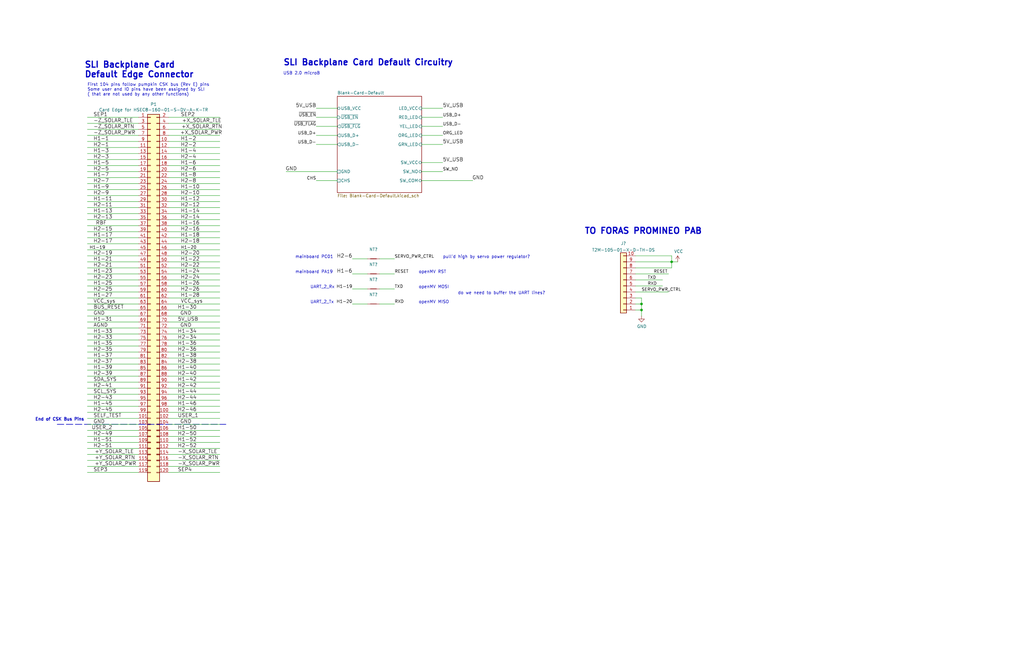
<source format=kicad_sch>
(kicad_sch (version 20211123) (generator eeschema)
  (paper "B")
  (title_block (title "Blank Card for SLI Backplane") (date "2021-11-05") (rev "A") (company "Sierra Lobo INC"))
  (lib_symbols
    (symbol "Connector_Generic:Conn_01x10" (pin_names (offset 1.016) hide)
      (property "Reference" "J" (at 0 12.7 0))
      (property "Value" "Conn_01x10" (at 0 -15.24 0))
      (symbol "Conn_01x10_1_1"
        (rectangle (start -1.27 -12.573) (end 0 -12.827) (stroke (width 0.1524)))
        (rectangle (start -1.27 -10.033) (end 0 -10.287) (stroke (width 0.1524)))
        (rectangle (start -1.27 -7.493) (end 0 -7.747) (stroke (width 0.1524)))
        (rectangle (start -1.27 -4.953) (end 0 -5.207) (stroke (width 0.1524)))
        (rectangle (start -1.27 -2.413) (end 0 -2.667) (stroke (width 0.1524)))
        (rectangle (start -1.27 0.127) (end 0 -0.127) (stroke (width 0.1524)))
        (rectangle (start -1.27 2.667) (end 0 2.413) (stroke (width 0.1524)))
        (rectangle (start -1.27 5.207) (end 0 4.953) (stroke (width 0.1524)))
        (rectangle (start -1.27 7.747) (end 0 7.493) (stroke (width 0.1524)))
        (rectangle (start -1.27 10.287) (end 0 10.033) (stroke (width 0.1524)))
        (rectangle (start -1.27 11.43) (end 1.27 -13.97) (stroke (width 0.254)) (fill (type background)))
        (pin passive line (at -5.08 10.16 0) (length 3.81) (name "Pin_1") (number "1"))
        (pin passive line (at -5.08 -12.7 0) (length 3.81) (name "Pin_10") (number "10"))
        (pin passive line (at -5.08 7.62 0) (length 3.81) (name "Pin_2") (number "2"))
        (pin passive line (at -5.08 5.08 0) (length 3.81) (name "Pin_3") (number "3"))
        (pin passive line (at -5.08 2.54 0) (length 3.81) (name "Pin_4") (number "4"))
        (pin passive line (at -5.08 0 0) (length 3.81) (name "Pin_5") (number "5"))
        (pin passive line (at -5.08 -2.54 0) (length 3.81) (name "Pin_6") (number "6"))
        (pin passive line (at -5.08 -5.08 0) (length 3.81) (name "Pin_7") (number "7"))
        (pin passive line (at -5.08 -7.62 0) (length 3.81) (name "Pin_8") (number "8"))
        (pin passive line (at -5.08 -10.16 0) (length 3.81) (name "Pin_9") (number "9"))
      )
    )
    (symbol "Device:NetTie_2" (pin_numbers hide) (pin_names (offset 0) hide)
      (property "Reference" "NT" (at 0 1.27 0))
      (property "Value" "NetTie_2" (at 0 -1.27 0))
      (symbol "NetTie_2_0_1"
        (polyline (pts (xy -1.27 0) (xy 1.27 0)) (stroke (width 0.254)))
      )
      (symbol "NetTie_2_1_1"
        (pin passive line (at -2.54 0 0) (length 2.54) (name "1") (number "1"))
        (pin passive line (at 2.54 0 180) (length 2.54) (name "2") (number "2"))
      )
    )
    (symbol "SLI-Backplane-Blank-Card-KiCad:Conn_02x60_Top_Bottom" (pin_names (offset 1.016) hide)
      (property "Reference" "J" (at 0 1.27 0))
      (property "Value" "Conn_02x60_Top_Bottom" (at 0 -157.48 0))
      (symbol "Conn_02x60_Top_Bottom_1_1"
        (rectangle (start -2.54 -151.003) (end -1.27 -151.257) (stroke (width 0.1524)))
        (rectangle (start -2.54 -148.463) (end -1.27 -148.717) (stroke (width 0.1524)))
        (rectangle (start -2.54 -145.923) (end -1.27 -146.177) (stroke (width 0.1524)))
        (rectangle (start -2.54 -145.923) (end -1.27 -146.177) (stroke (width 0.1524)))
        (rectangle (start -2.54 -143.383) (end -1.27 -143.637) (stroke (width 0.1524)))
        (rectangle (start -2.54 -143.383) (end -1.27 -143.637) (stroke (width 0.1524)))
        (rectangle (start -2.54 -140.843) (end -1.27 -141.097) (stroke (width 0.1524)))
        (rectangle (start -2.54 -140.843) (end -1.27 -141.097) (stroke (width 0.1524)))
        (rectangle (start -2.54 -138.303) (end -1.27 -138.557) (stroke (width 0.1524)))
        (rectangle (start -2.54 -138.303) (end -1.27 -138.557) (stroke (width 0.1524)))
        (rectangle (start -2.54 -135.763) (end -1.27 -136.017) (stroke (width 0.1524)))
        (rectangle (start -2.54 -135.763) (end -1.27 -136.017) (stroke (width 0.1524)))
        (rectangle (start -2.54 -133.223) (end -1.27 -133.477) (stroke (width 0.1524)))
        (rectangle (start -2.54 -133.223) (end -1.27 -133.477) (stroke (width 0.1524)))
        (rectangle (start -2.54 -130.683) (end -1.27 -130.937) (stroke (width 0.1524)))
        (rectangle (start -2.54 -130.683) (end -1.27 -130.937) (stroke (width 0.1524)))
        (rectangle (start -2.54 -128.143) (end -1.27 -128.397) (stroke (width 0.1524)))
        (rectangle (start -2.54 -125.603) (end -1.27 -125.857) (stroke (width 0.1524)))
        (rectangle (start -2.54 -123.063) (end -1.27 -123.317) (stroke (width 0.1524)))
        (rectangle (start -2.54 -120.523) (end -1.27 -120.777) (stroke (width 0.1524)))
        (rectangle (start -2.54 -117.983) (end -1.27 -118.237) (stroke (width 0.1524)))
        (rectangle (start -2.54 -115.443) (end -1.27 -115.697) (stroke (width 0.1524)))
        (rectangle (start -2.54 -112.903) (end -1.27 -113.157) (stroke (width 0.1524)))
        (rectangle (start -2.54 -110.363) (end -1.27 -110.617) (stroke (width 0.1524)))
        (rectangle (start -2.54 -107.823) (end -1.27 -108.077) (stroke (width 0.1524)))
        (rectangle (start -2.54 -105.283) (end -1.27 -105.537) (stroke (width 0.1524)))
        (rectangle (start -2.54 -102.743) (end -1.27 -102.997) (stroke (width 0.1524)))
        (rectangle (start -2.54 -100.203) (end -1.27 -100.457) (stroke (width 0.1524)))
        (rectangle (start -2.54 -97.663) (end -1.27 -97.917) (stroke (width 0.1524)))
        (rectangle (start -2.54 -95.123) (end -1.27 -95.377) (stroke (width 0.1524)))
        (rectangle (start -2.54 -92.583) (end -1.27 -92.837) (stroke (width 0.1524)))
        (rectangle (start -2.54 -90.043) (end -1.27 -90.297) (stroke (width 0.1524)))
        (rectangle (start -2.54 -87.503) (end -1.27 -87.757) (stroke (width 0.1524)))
        (rectangle (start -2.54 -84.963) (end -1.27 -85.217) (stroke (width 0.1524)))
        (rectangle (start -2.54 -82.423) (end -1.27 -82.677) (stroke (width 0.1524)))
        (rectangle (start -2.54 -79.883) (end -1.27 -80.137) (stroke (width 0.1524)))
        (rectangle (start -2.54 -77.343) (end -1.27 -77.597) (stroke (width 0.1524)))
        (rectangle (start -2.54 -74.803) (end -1.27 -75.057) (stroke (width 0.1524)))
        (rectangle (start -2.54 -72.263) (end -1.27 -72.517) (stroke (width 0.1524)))
        (rectangle (start -2.54 -69.723) (end -1.27 -69.977) (stroke (width 0.1524)))
        (rectangle (start -2.54 -67.183) (end -1.27 -67.437) (stroke (width 0.1524)))
        (rectangle (start -2.54 -64.643) (end -1.27 -64.897) (stroke (width 0.1524)))
        (rectangle (start -2.54 -62.103) (end -1.27 -62.357) (stroke (width 0.1524)))
        (rectangle (start -2.54 -59.563) (end -1.27 -59.817) (stroke (width 0.1524)))
        (rectangle (start -2.54 -57.023) (end -1.27 -57.277) (stroke (width 0.1524)))
        (rectangle (start -2.54 -54.483) (end -1.27 -54.737) (stroke (width 0.1524)))
        (rectangle (start -2.54 -51.943) (end -1.27 -52.197) (stroke (width 0.1524)))
        (rectangle (start -2.54 -49.403) (end -1.27 -49.657) (stroke (width 0.1524)))
        (rectangle (start -2.54 -46.863) (end -1.27 -47.117) (stroke (width 0.1524)))
        (rectangle (start -2.54 -44.323) (end -1.27 -44.577) (stroke (width 0.1524)))
        (rectangle (start -2.54 -41.783) (end -1.27 -42.037) (stroke (width 0.1524)))
        (rectangle (start -2.54 -39.243) (end -1.27 -39.497) (stroke (width 0.1524)))
        (rectangle (start -2.54 -36.703) (end -1.27 -36.957) (stroke (width 0.1524)))
        (rectangle (start -2.54 -34.163) (end -1.27 -34.417) (stroke (width 0.1524)))
        (rectangle (start -2.54 -31.623) (end -1.27 -31.877) (stroke (width 0.1524)))
        (rectangle (start -2.54 -29.083) (end -1.27 -29.337) (stroke (width 0.1524)))
        (rectangle (start -2.54 -26.543) (end -1.27 -26.797) (stroke (width 0.1524)))
        (rectangle (start -2.54 -24.003) (end -1.27 -24.257) (stroke (width 0.1524)))
        (rectangle (start -2.54 -21.463) (end -1.27 -21.717) (stroke (width 0.1524)))
        (rectangle (start -2.54 -18.923) (end -1.27 -19.177) (stroke (width 0.1524)))
        (rectangle (start -2.54 -16.383) (end -1.27 -16.637) (stroke (width 0.1524)))
        (rectangle (start -2.54 -13.843) (end -1.27 -14.097) (stroke (width 0.1524)))
        (rectangle (start -2.54 -11.303) (end -1.27 -11.557) (stroke (width 0.1524)))
        (rectangle (start -2.54 -8.763) (end -1.27 -9.017) (stroke (width 0.1524)))
        (rectangle (start -2.54 -6.223) (end -1.27 -6.477) (stroke (width 0.1524)))
        (rectangle (start -2.54 -3.683) (end -1.27 -3.937) (stroke (width 0.1524)))
        (rectangle (start -2.54 -1.143) (end -1.27 -1.397) (stroke (width 0.1524)))
        (rectangle (start -2.54 0) (end 2.54 -154.94) (stroke (width 0.254)) (fill (type background)))
        (rectangle (start 2.54 -151.003) (end 1.27 -151.257) (stroke (width 0.1524)))
        (rectangle (start 2.54 -148.463) (end 1.27 -148.717) (stroke (width 0.1524)))
        (rectangle (start 2.54 -145.923) (end 1.27 -146.177) (stroke (width 0.1524)))
        (rectangle (start 2.54 -145.923) (end 1.27 -146.177) (stroke (width 0.1524)))
        (rectangle (start 2.54 -143.383) (end 1.27 -143.637) (stroke (width 0.1524)))
        (rectangle (start 2.54 -143.383) (end 1.27 -143.637) (stroke (width 0.1524)))
        (rectangle (start 2.54 -140.843) (end 1.27 -141.097) (stroke (width 0.1524)))
        (rectangle (start 2.54 -140.843) (end 1.27 -141.097) (stroke (width 0.1524)))
        (rectangle (start 2.54 -138.303) (end 1.27 -138.557) (stroke (width 0.1524)))
        (rectangle (start 2.54 -138.303) (end 1.27 -138.557) (stroke (width 0.1524)))
        (rectangle (start 2.54 -135.763) (end 1.27 -136.017) (stroke (width 0.1524)))
        (rectangle (start 2.54 -135.763) (end 1.27 -136.017) (stroke (width 0.1524)))
        (rectangle (start 2.54 -133.223) (end 1.27 -133.477) (stroke (width 0.1524)))
        (rectangle (start 2.54 -133.223) (end 1.27 -133.477) (stroke (width 0.1524)))
        (rectangle (start 2.54 -130.683) (end 1.27 -130.937) (stroke (width 0.1524)))
        (rectangle (start 2.54 -130.683) (end 1.27 -130.937) (stroke (width 0.1524)))
        (rectangle (start 2.54 -128.143) (end 1.27 -128.397) (stroke (width 0.1524)))
        (rectangle (start 2.54 -125.603) (end 1.27 -125.857) (stroke (width 0.1524)))
        (rectangle (start 2.54 -123.063) (end 1.27 -123.317) (stroke (width 0.1524)))
        (rectangle (start 2.54 -120.523) (end 1.27 -120.777) (stroke (width 0.1524)))
        (rectangle (start 2.54 -117.983) (end 1.27 -118.237) (stroke (width 0.1524)))
        (rectangle (start 2.54 -115.443) (end 1.27 -115.697) (stroke (width 0.1524)))
        (rectangle (start 2.54 -112.903) (end 1.27 -113.157) (stroke (width 0.1524)))
        (rectangle (start 2.54 -110.363) (end 1.27 -110.617) (stroke (width 0.1524)))
        (rectangle (start 2.54 -107.823) (end 1.27 -108.077) (stroke (width 0.1524)))
        (rectangle (start 2.54 -105.283) (end 1.27 -105.537) (stroke (width 0.1524)))
        (rectangle (start 2.54 -102.743) (end 1.27 -102.997) (stroke (width 0.1524)))
        (rectangle (start 2.54 -100.203) (end 1.27 -100.457) (stroke (width 0.1524)))
        (rectangle (start 2.54 -97.663) (end 1.27 -97.917) (stroke (width 0.1524)))
        (rectangle (start 2.54 -95.123) (end 1.27 -95.377) (stroke (width 0.1524)))
        (rectangle (start 2.54 -92.583) (end 1.27 -92.837) (stroke (width 0.1524)))
        (rectangle (start 2.54 -90.043) (end 1.27 -90.297) (stroke (width 0.1524)))
        (rectangle (start 2.54 -87.503) (end 1.27 -87.757) (stroke (width 0.1524)))
        (rectangle (start 2.54 -84.963) (end 1.27 -85.217) (stroke (width 0.1524)))
        (rectangle (start 2.54 -82.423) (end 1.27 -82.677) (stroke (width 0.1524)))
        (rectangle (start 2.54 -79.883) (end 1.27 -80.137) (stroke (width 0.1524)))
        (rectangle (start 2.54 -77.343) (end 1.27 -77.597) (stroke (width 0.1524)))
        (rectangle (start 2.54 -74.803) (end 1.27 -75.057) (stroke (width 0.1524)))
        (rectangle (start 2.54 -72.263) (end 1.27 -72.517) (stroke (width 0.1524)))
        (rectangle (start 2.54 -69.723) (end 1.27 -69.977) (stroke (width 0.1524)))
        (rectangle (start 2.54 -67.183) (end 1.27 -67.437) (stroke (width 0.1524)))
        (rectangle (start 2.54 -64.643) (end 1.27 -64.897) (stroke (width 0.1524)))
        (rectangle (start 2.54 -62.103) (end 1.27 -62.357) (stroke (width 0.1524)))
        (rectangle (start 2.54 -59.563) (end 1.27 -59.817) (stroke (width 0.1524)))
        (rectangle (start 2.54 -57.023) (end 1.27 -57.277) (stroke (width 0.1524)))
        (rectangle (start 2.54 -54.483) (end 1.27 -54.737) (stroke (width 0.1524)))
        (rectangle (start 2.54 -51.943) (end 1.27 -52.197) (stroke (width 0.1524)))
        (rectangle (start 2.54 -49.403) (end 1.27 -49.657) (stroke (width 0.1524)))
        (rectangle (start 2.54 -46.863) (end 1.27 -47.117) (stroke (width 0.1524)))
        (rectangle (start 2.54 -44.323) (end 1.27 -44.577) (stroke (width 0.1524)))
        (rectangle (start 2.54 -41.783) (end 1.27 -42.037) (stroke (width 0.1524)))
        (rectangle (start 2.54 -39.243) (end 1.27 -39.497) (stroke (width 0.1524)))
        (rectangle (start 2.54 -36.703) (end 1.27 -36.957) (stroke (width 0.1524)))
        (rectangle (start 2.54 -34.163) (end 1.27 -34.417) (stroke (width 0.1524)))
        (rectangle (start 2.54 -31.623) (end 1.27 -31.877) (stroke (width 0.1524)))
        (rectangle (start 2.54 -29.083) (end 1.27 -29.337) (stroke (width 0.1524)))
        (rectangle (start 2.54 -26.543) (end 1.27 -26.797) (stroke (width 0.1524)))
        (rectangle (start 2.54 -24.003) (end 1.27 -24.257) (stroke (width 0.1524)))
        (rectangle (start 2.54 -21.463) (end 1.27 -21.717) (stroke (width 0.1524)))
        (rectangle (start 2.54 -18.923) (end 1.27 -19.177) (stroke (width 0.1524)))
        (rectangle (start 2.54 -16.383) (end 1.27 -16.637) (stroke (width 0.1524)))
        (rectangle (start 2.54 -13.843) (end 1.27 -14.097) (stroke (width 0.1524)))
        (rectangle (start 2.54 -11.303) (end 1.27 -11.557) (stroke (width 0.1524)))
        (rectangle (start 2.54 -8.763) (end 1.27 -9.017) (stroke (width 0.1524)))
        (rectangle (start 2.54 -6.223) (end 1.27 -6.477) (stroke (width 0.1524)))
        (rectangle (start 2.54 -3.683) (end 1.27 -3.937) (stroke (width 0.1524)))
        (rectangle (start 2.54 -1.143) (end 1.27 -1.397) (stroke (width 0.1524)))
        (pin passive line (at -6.35 -1.27 0) (length 3.81) (name "Pin_1") (number "1"))
        (pin passive line (at 6.35 -11.43 180) (length 3.81) (name "Pin_10") (number "10"))
        (pin passive line (at 6.35 -125.73 180) (length 3.81) (name "Pin_100") (number "100"))
        (pin passive line (at -6.35 -128.27 0) (length 3.81) (name "Pin_101") (number "101"))
        (pin passive line (at 6.35 -128.27 180) (length 3.81) (name "Pin_102") (number "102"))
        (pin passive line (at -6.35 -130.81 0) (length 3.81) (name "Pin_103") (number "103"))
        (pin passive line (at 6.35 -130.81 180) (length 3.81) (name "Pin_104") (number "104"))
        (pin passive line (at -6.35 -133.35 0) (length 3.81) (name "Pin_105") (number "105"))
        (pin passive line (at 6.35 -133.35 180) (length 3.81) (name "Pin_106") (number "106"))
        (pin passive line (at -6.35 -135.89 0) (length 3.81) (name "Pin_107") (number "107"))
        (pin passive line (at 6.35 -135.89 180) (length 3.81) (name "Pin_108") (number "108"))
        (pin passive line (at -6.35 -138.43 0) (length 3.81) (name "Pin_109") (number "109"))
        (pin passive line (at -6.35 -13.97 0) (length 3.81) (name "Pin_11") (number "11"))
        (pin passive line (at 6.35 -138.43 180) (length 3.81) (name "Pin_110") (number "110"))
        (pin passive line (at -6.35 -140.97 0) (length 3.81) (name "Pin_111") (number "111"))
        (pin passive line (at 6.35 -140.97 180) (length 3.81) (name "Pin_112") (number "112"))
        (pin passive line (at -6.35 -143.51 0) (length 3.81) (name "Pin_113") (number "113"))
        (pin passive line (at 6.35 -143.51 180) (length 3.81) (name "Pin_114") (number "114"))
        (pin passive line (at -6.35 -146.05 0) (length 3.81) (name "Pin_115") (number "115"))
        (pin passive line (at 6.35 -146.05 180) (length 3.81) (name "Pin_116") (number "116"))
        (pin passive line (at -6.35 -148.59 0) (length 3.81) (name "Pin_117") (number "117"))
        (pin passive line (at 6.35 -148.59 180) (length 3.81) (name "Pin_118") (number "118"))
        (pin passive line (at -6.35 -151.13 0) (length 3.81) (name "Pin_119") (number "119"))
        (pin passive line (at 6.35 -13.97 180) (length 3.81) (name "Pin_12") (number "12"))
        (pin passive line (at 6.35 -151.13 180) (length 3.81) (name "Pin_120") (number "120"))
        (pin passive line (at -6.35 -16.51 0) (length 3.81) (name "Pin_13") (number "13"))
        (pin passive line (at 6.35 -16.51 180) (length 3.81) (name "Pin_14") (number "14"))
        (pin passive line (at -6.35 -19.05 0) (length 3.81) (name "Pin_15") (number "15"))
        (pin passive line (at 6.35 -19.05 180) (length 3.81) (name "Pin_16") (number "16"))
        (pin passive line (at -6.35 -21.59 0) (length 3.81) (name "Pin_17") (number "17"))
        (pin passive line (at 6.35 -21.59 180) (length 3.81) (name "Pin_18") (number "18"))
        (pin passive line (at -6.35 -24.13 0) (length 3.81) (name "Pin_19") (number "19"))
        (pin passive line (at 6.35 -1.27 180) (length 3.81) (name "Pin_2") (number "2"))
        (pin passive line (at 6.35 -24.13 180) (length 3.81) (name "Pin_20") (number "20"))
        (pin passive line (at -6.35 -26.67 0) (length 3.81) (name "Pin_21") (number "21"))
        (pin passive line (at 6.35 -26.67 180) (length 3.81) (name "Pin_22") (number "22"))
        (pin passive line (at -6.35 -29.21 0) (length 3.81) (name "Pin_23") (number "23"))
        (pin passive line (at 6.35 -29.21 180) (length 3.81) (name "Pin_24") (number "24"))
        (pin passive line (at -6.35 -31.75 0) (length 3.81) (name "Pin_25") (number "25"))
        (pin passive line (at 6.35 -31.75 180) (length 3.81) (name "Pin_26") (number "26"))
        (pin passive line (at -6.35 -34.29 0) (length 3.81) (name "Pin_27") (number "27"))
        (pin passive line (at 6.35 -34.29 180) (length 3.81) (name "Pin_28") (number "28"))
        (pin passive line (at -6.35 -36.83 0) (length 3.81) (name "Pin_29") (number "29"))
        (pin passive line (at -6.35 -3.81 0) (length 3.81) (name "Pin_3") (number "3"))
        (pin passive line (at 6.35 -36.83 180) (length 3.81) (name "Pin_30") (number "30"))
        (pin passive line (at -6.35 -39.37 0) (length 3.81) (name "Pin_31") (number "31"))
        (pin passive line (at 6.35 -39.37 180) (length 3.81) (name "Pin_32") (number "32"))
        (pin passive line (at -6.35 -41.91 0) (length 3.81) (name "Pin_33") (number "33"))
        (pin passive line (at 6.35 -41.91 180) (length 3.81) (name "Pin_34") (number "34"))
        (pin passive line (at -6.35 -44.45 0) (length 3.81) (name "Pin_35") (number "35"))
        (pin passive line (at 6.35 -44.45 180) (length 3.81) (name "Pin_36") (number "36"))
        (pin passive line (at -6.35 -46.99 0) (length 3.81) (name "Pin_37") (number "37"))
        (pin passive line (at 6.35 -46.99 180) (length 3.81) (name "Pin_38") (number "38"))
        (pin passive line (at -6.35 -49.53 0) (length 3.81) (name "Pin_39") (number "39"))
        (pin passive line (at 6.35 -3.81 180) (length 3.81) (name "Pin_4") (number "4"))
        (pin passive line (at 6.35 -49.53 180) (length 3.81) (name "Pin_40") (number "40"))
        (pin passive line (at -6.35 -52.07 0) (length 3.81) (name "Pin_41") (number "41"))
        (pin passive line (at 6.35 -52.07 180) (length 3.81) (name "Pin_42") (number "42"))
        (pin passive line (at -6.35 -54.61 0) (length 3.81) (name "Pin_43") (number "43"))
        (pin passive line (at 6.35 -54.61 180) (length 3.81) (name "Pin_44") (number "44"))
        (pin passive line (at -6.35 -57.15 0) (length 3.81) (name "Pin_45") (number "45"))
        (pin passive line (at 6.35 -57.15 180) (length 3.81) (name "Pin_46") (number "46"))
        (pin passive line (at -6.35 -59.69 0) (length 3.81) (name "Pin_47") (number "47"))
        (pin passive line (at 6.35 -59.69 180) (length 3.81) (name "Pin_48") (number "48"))
        (pin passive line (at -6.35 -62.23 0) (length 3.81) (name "Pin_49") (number "49"))
        (pin passive line (at -6.35 -6.35 0) (length 3.81) (name "Pin_5") (number "5"))
        (pin passive line (at 6.35 -62.23 180) (length 3.81) (name "Pin_50") (number "50"))
        (pin passive line (at -6.35 -64.77 0) (length 3.81) (name "Pin_51") (number "51"))
        (pin passive line (at 6.35 -64.77 180) (length 3.81) (name "Pin_52") (number "52"))
        (pin passive line (at -6.35 -67.31 0) (length 3.81) (name "Pin_53") (number "53"))
        (pin passive line (at 6.35 -67.31 180) (length 3.81) (name "Pin_54") (number "54"))
        (pin passive line (at -6.35 -69.85 0) (length 3.81) (name "Pin_55") (number "55"))
        (pin passive line (at 6.35 -69.85 180) (length 3.81) (name "Pin_56") (number "56"))
        (pin passive line (at -6.35 -72.39 0) (length 3.81) (name "Pin_57") (number "57"))
        (pin passive line (at 6.35 -72.39 180) (length 3.81) (name "Pin_58") (number "58"))
        (pin passive line (at -6.35 -74.93 0) (length 3.81) (name "Pin_59") (number "59"))
        (pin passive line (at 6.35 -6.35 180) (length 3.81) (name "Pin_6") (number "6"))
        (pin passive line (at 6.35 -74.93 180) (length 3.81) (name "Pin_60") (number "60"))
        (pin passive line (at -6.35 -77.47 0) (length 3.81) (name "Pin_61") (number "61"))
        (pin passive line (at 6.35 -77.47 180) (length 3.81) (name "Pin_62") (number "62"))
        (pin passive line (at -6.35 -80.01 0) (length 3.81) (name "Pin_63") (number "63"))
        (pin passive line (at 6.35 -80.01 180) (length 3.81) (name "Pin_64") (number "64"))
        (pin passive line (at -6.35 -82.55 0) (length 3.81) (name "Pin_65") (number "65"))
        (pin passive line (at 6.35 -82.55 180) (length 3.81) (name "Pin_66") (number "66"))
        (pin passive line (at -6.35 -85.09 0) (length 3.81) (name "Pin_67") (number "67"))
        (pin passive line (at 6.35 -85.09 180) (length 3.81) (name "Pin_68") (number "68"))
        (pin passive line (at -6.35 -87.63 0) (length 3.81) (name "Pin_69") (number "69"))
        (pin passive line (at -6.35 -8.89 0) (length 3.81) (name "Pin_7") (number "7"))
        (pin passive line (at 6.35 -87.63 180) (length 3.81) (name "Pin_70") (number "70"))
        (pin passive line (at -6.35 -90.17 0) (length 3.81) (name "Pin_71") (number "71"))
        (pin passive line (at 6.35 -90.17 180) (length 3.81) (name "Pin_72") (number "72"))
        (pin passive line (at -6.35 -92.71 0) (length 3.81) (name "Pin_73") (number "73"))
        (pin passive line (at 6.35 -92.71 180) (length 3.81) (name "Pin_74") (number "74"))
        (pin passive line (at -6.35 -95.25 0) (length 3.81) (name "Pin_75") (number "75"))
        (pin passive line (at 6.35 -95.25 180) (length 3.81) (name "Pin_76") (number "76"))
        (pin passive line (at -6.35 -97.79 0) (length 3.81) (name "Pin_77") (number "77"))
        (pin passive line (at 6.35 -97.79 180) (length 3.81) (name "Pin_78") (number "78"))
        (pin passive line (at -6.35 -100.33 0) (length 3.81) (name "Pin_79") (number "79"))
        (pin passive line (at 6.35 -8.89 180) (length 3.81) (name "Pin_8") (number "8"))
        (pin passive line (at 6.35 -100.33 180) (length 3.81) (name "Pin_80") (number "80"))
        (pin passive line (at -6.35 -102.87 0) (length 3.81) (name "Pin_81") (number "81"))
        (pin passive line (at 6.35 -102.87 180) (length 3.81) (name "Pin_82") (number "82"))
        (pin passive line (at -6.35 -105.41 0) (length 3.81) (name "Pin_83") (number "83"))
        (pin passive line (at 6.35 -105.41 180) (length 3.81) (name "Pin_84") (number "84"))
        (pin passive line (at -6.35 -107.95 0) (length 3.81) (name "Pin_85") (number "85"))
        (pin passive line (at 6.35 -107.95 180) (length 3.81) (name "Pin_86") (number "86"))
        (pin passive line (at -6.35 -110.49 0) (length 3.81) (name "Pin_87") (number "87"))
        (pin passive line (at 6.35 -110.49 180) (length 3.81) (name "Pin_88") (number "88"))
        (pin passive line (at -6.35 -113.03 0) (length 3.81) (name "Pin_89") (number "89"))
        (pin passive line (at -6.35 -11.43 0) (length 3.81) (name "Pin_9") (number "9"))
        (pin passive line (at 6.35 -113.03 180) (length 3.81) (name "Pin_90") (number "90"))
        (pin passive line (at -6.35 -115.57 0) (length 3.81) (name "Pin_91") (number "91"))
        (pin passive line (at 6.35 -115.57 180) (length 3.81) (name "Pin_92") (number "92"))
        (pin passive line (at -6.35 -118.11 0) (length 3.81) (name "Pin93") (number "93"))
        (pin passive line (at 6.35 -118.11 180) (length 3.81) (name "Pin_94") (number "94"))
        (pin passive line (at -6.35 -120.65 0) (length 3.81) (name "Pin_95") (number "95"))
        (pin passive line (at 6.35 -120.65 180) (length 3.81) (name "Pin_96") (number "96"))
        (pin passive line (at -6.35 -123.19 0) (length 3.81) (name "Pin_97") (number "97"))
        (pin passive line (at 6.35 -123.19 180) (length 3.81) (name "Pin_98") (number "98"))
        (pin passive line (at -6.35 -125.73 0) (length 3.81) (name "Pin_99") (number "99"))
      )
    )
    (symbol "power:GND" (power) (pin_names (offset 0))
      (property "Value" "GND" (at 0 -3.81 0))
      (symbol "GND_0_1"
        (polyline (pts (xy 0 0) (xy 0 -1.27) (xy 1.27 -1.27) (xy 0 -2.54) (xy -1.27 -1.27) (xy 0 -1.27)))
      )
      (symbol "GND_1_1"
        (pin power_in line (at 0 0 270) (length 0) hide (name "GND") (number "1"))
      )
    )
    (symbol "power:VCC" (power) (pin_names (offset 0))
      (property "Value" "VCC" (at 0 3.81 0))
      (symbol "VCC_0_1"
        (polyline (pts (xy -0.762 1.27) (xy 0 2.54)))
        (polyline (pts (xy 0 0) (xy 0 2.54)))
        (polyline (pts (xy 0 2.54) (xy 0.762 1.27)))
      )
      (symbol "VCC_1_1"
        (pin power_in line (at 0 0 90) (length 0) hide (name "VCC") (number "1"))
      )
    )
  )
  (junction (at 270.51 128.27))
  (junction (at 283.21 110.49))
  (junction (at 270.51 130.81))
  (wire (pts (xy 92.71 148.59) (xy 71.12 148.59)))
  (wire (pts (xy 283.21 107.95) (xy 283.21 110.49)))
  (wire (pts (xy 267.97 128.27) (xy 270.51 128.27)))
  (wire (pts (xy 58.42 100.33) (xy 36.83 100.33)))
  (wire (pts (xy 92.71 102.87) (xy 71.12 102.87)))
  (wire (pts (xy 133.35 57.15) (xy 142.24 57.15)))
  (wire (pts (xy 267.97 123.19) (xy 281.94 123.19)))
  (wire (pts (xy 58.42 189.23) (xy 36.83 189.23)))
  (wire (pts (xy 58.42 102.87) (xy 36.83 102.87)))
  (wire (pts (xy 133.35 60.96) (xy 142.24 60.96)))
  (wire (pts (xy 160.02 115.57) (xy 166.37 115.57)))
  (wire (pts (xy 58.42 67.31) (xy 36.83 67.31)))
  (wire (pts (xy 58.42 130.81) (xy 36.83 130.81)))
  (wire (pts (xy 92.71 173.99) (xy 71.12 173.99)))
  (wire (pts (xy 58.42 95.25) (xy 36.83 95.25)))
  (wire (pts (xy 92.71 72.39) (xy 71.12 72.39)))
  (wire (pts (xy 58.42 120.65) (xy 36.83 120.65)))
  (wire (pts (xy 92.71 186.69) (xy 71.12 186.69)))
  (wire (pts (xy 92.71 138.43) (xy 71.12 138.43)))
  (wire (pts (xy 58.42 87.63) (xy 36.83 87.63)))
  (wire (pts (xy 58.42 135.89) (xy 36.83 135.89)))
  (wire (pts (xy 148.59 109.22) (xy 154.94 109.22)))
  (wire (pts (xy 92.71 95.25) (xy 71.12 95.25)))
  (wire (pts (xy 186.69 72.39) (xy 177.8 72.39)))
  (wire (pts (xy 92.71 133.35) (xy 71.12 133.35)))
  (wire (pts (xy 92.71 181.61) (xy 71.12 181.61)))
  (wire (pts (xy 92.71 54.61) (xy 71.12 54.61)))
  (wire (pts (xy 92.71 118.11) (xy 71.12 118.11)))
  (wire (pts (xy 267.97 110.49) (xy 283.21 110.49)))
  (wire (pts (xy 58.42 161.29) (xy 36.83 161.29)))
  (wire (pts (xy 177.8 53.34) (xy 186.69 53.34)))
  (wire (pts (xy 92.71 100.33) (xy 71.12 100.33)))
  (wire (pts (xy 283.21 110.49) (xy 283.21 113.03)))
  (wire (pts (xy 58.42 143.51) (xy 36.83 143.51)))
  (wire (pts (xy 92.71 52.07) (xy 71.12 52.07)))
  (wire (pts (xy 92.71 128.27) (xy 71.12 128.27)))
  (wire (pts (xy 58.42 184.15) (xy 36.83 184.15)))
  (wire (pts (xy 92.71 125.73) (xy 71.12 125.73)))
  (wire (pts (xy 58.42 107.95) (xy 36.83 107.95)))
  (wire (pts (xy 58.42 90.17) (xy 36.83 90.17)))
  (wire (pts (xy 92.71 87.63) (xy 71.12 87.63)))
  (wire (pts (xy 58.42 163.83) (xy 36.83 163.83)))
  (wire (pts (xy 58.42 62.23) (xy 36.83 62.23)))
  (wire (pts (xy 92.71 171.45) (xy 71.12 171.45)))
  (wire (pts (xy 58.42 158.75) (xy 36.83 158.75)))
  (wire (pts (xy 160.02 109.22) (xy 166.37 109.22)))
  (wire (pts (xy 270.51 125.73) (xy 270.51 128.27)))
  (wire (pts (xy 58.42 128.27) (xy 36.83 128.27)))
  (wire (pts (xy 92.71 110.49) (xy 71.12 110.49)))
  (wire (pts (xy 92.71 161.29) (xy 71.12 161.29)))
  (wire (pts (xy 92.71 115.57) (xy 71.12 115.57)))
  (wire (pts (xy 92.71 74.93) (xy 71.12 74.93)))
  (wire (pts (xy 58.42 151.13) (xy 36.83 151.13)))
  (wire (pts (xy 92.71 163.83) (xy 71.12 163.83)))
  (wire (pts (xy 186.69 45.72) (xy 177.8 45.72)))
  (wire (pts (xy 186.69 60.96) (xy 177.8 60.96)))
  (wire (pts (xy 267.97 130.81) (xy 270.51 130.81)))
  (wire (pts (xy 148.59 121.92) (xy 154.94 121.92)))
  (wire (pts (xy 58.42 72.39) (xy 36.83 72.39)))
  (wire (pts (xy 267.97 125.73) (xy 270.51 125.73)))
  (wire (pts (xy 92.71 85.09) (xy 71.12 85.09)))
  (wire (pts (xy 58.42 176.53) (xy 36.83 176.53)))
  (wire (pts (xy 92.71 146.05) (xy 71.12 146.05)))
  (wire (pts (xy 92.71 90.17) (xy 71.12 90.17)))
  (wire (pts (xy 58.42 115.57) (xy 36.83 115.57)))
  (wire (pts (xy 92.71 189.23) (xy 71.12 189.23)))
  (wire (pts (xy 92.71 156.21) (xy 71.12 156.21)))
  (wire (pts (xy 58.42 123.19) (xy 36.83 123.19)))
  (wire (pts (xy 160.02 121.92) (xy 166.37 121.92)))
  (wire (pts (xy 133.35 76.2) (xy 142.24 76.2)))
  (wire (pts (xy 92.71 151.13) (xy 71.12 151.13)))
  (wire (pts (xy 92.71 179.07) (xy 71.12 179.07)))
  (wire (pts (xy 92.71 140.97) (xy 71.12 140.97)))
  (wire (pts (xy 58.42 166.37) (xy 36.83 166.37)))
  (polyline (pts (xy 24.13 179.07) (xy 95.25 179.07)) (stroke (width 0.254)))
  (wire (pts (xy 58.42 138.43) (xy 36.83 138.43)))
  (wire (pts (xy 92.71 67.31) (xy 71.12 67.31)))
  (wire (pts (xy 133.35 45.72) (xy 142.24 45.72)))
  (wire (pts (xy 270.51 128.27) (xy 270.51 130.81)))
  (wire (pts (xy 267.97 115.57) (xy 281.94 115.57)))
  (wire (pts (xy 92.71 168.91) (xy 71.12 168.91)))
  (wire (pts (xy 58.42 168.91) (xy 36.83 168.91)))
  (wire (pts (xy 58.42 54.61) (xy 36.83 54.61)))
  (wire (pts (xy 58.42 156.21) (xy 36.83 156.21)))
  (wire (pts (xy 58.42 171.45) (xy 36.83 171.45)))
  (wire (pts (xy 177.8 76.2) (xy 199.39 76.2)))
  (wire (pts (xy 92.71 194.31) (xy 71.12 194.31)))
  (wire (pts (xy 92.71 130.81) (xy 71.12 130.81)))
  (polyline (pts (xy 1041.4 464.82) (xy 1041.4 452.12)))
  (wire (pts (xy 58.42 74.93) (xy 36.83 74.93)))
  (wire (pts (xy 58.42 140.97) (xy 36.83 140.97)))
  (wire (pts (xy 58.42 118.11) (xy 36.83 118.11)))
  (wire (pts (xy 58.42 125.73) (xy 36.83 125.73)))
  (wire (pts (xy 92.71 80.01) (xy 71.12 80.01)))
  (wire (pts (xy 58.42 59.69) (xy 36.83 59.69)))
  (wire (pts (xy 58.42 146.05) (xy 36.83 146.05)))
  (wire (pts (xy 92.71 176.53) (xy 71.12 176.53)))
  (wire (pts (xy 133.35 53.34) (xy 142.24 53.34)))
  (wire (pts (xy 58.42 186.69) (xy 36.83 186.69)))
  (wire (pts (xy 92.71 191.77) (xy 71.12 191.77)))
  (wire (pts (xy 270.51 130.81) (xy 270.51 133.35)))
  (wire (pts (xy 58.42 85.09) (xy 36.83 85.09)))
  (wire (pts (xy 58.42 97.79) (xy 36.83 97.79)))
  (wire (pts (xy 148.59 115.57) (xy 154.94 115.57)))
  (wire (pts (xy 92.71 196.85) (xy 71.12 196.85)))
  (wire (pts (xy 267.97 120.65) (xy 279.4 120.65)))
  (wire (pts (xy 58.42 179.07) (xy 36.83 179.07)))
  (wire (pts (xy 186.69 49.53) (xy 177.8 49.53)))
  (wire (pts (xy 92.71 184.15) (xy 71.12 184.15)))
  (wire (pts (xy 92.71 166.37) (xy 71.12 166.37)))
  (wire (pts (xy 92.71 107.95) (xy 71.12 107.95)))
  (wire (pts (xy 58.42 191.77) (xy 36.83 191.77)))
  (wire (pts (xy 92.71 120.65) (xy 71.12 120.65)))
  (wire (pts (xy 58.42 82.55) (xy 36.83 82.55)))
  (wire (pts (xy 92.71 82.55) (xy 71.12 82.55)))
  (wire (pts (xy 58.42 92.71) (xy 36.83 92.71)))
  (wire (pts (xy 186.69 68.58) (xy 177.8 68.58)))
  (wire (pts (xy 58.42 153.67) (xy 36.83 153.67)))
  (wire (pts (xy 92.71 105.41) (xy 71.12 105.41)))
  (wire (pts (xy 92.71 97.79) (xy 71.12 97.79)))
  (wire (pts (xy 160.02 128.27) (xy 166.37 128.27)))
  (wire (pts (xy 92.71 59.69) (xy 71.12 59.69)))
  (wire (pts (xy 58.42 181.61) (xy 36.83 181.61)))
  (wire (pts (xy 267.97 113.03) (xy 283.21 113.03)))
  (wire (pts (xy 148.59 128.27) (xy 154.94 128.27)))
  (wire (pts (xy 120.65 72.39) (xy 142.24 72.39)))
  (wire (pts (xy 58.42 77.47) (xy 36.83 77.47)))
  (wire (pts (xy 58.42 69.85) (xy 36.83 69.85)))
  (wire (pts (xy 92.71 199.39) (xy 71.12 199.39)))
  (wire (pts (xy 58.42 199.39) (xy 36.83 199.39)))
  (wire (pts (xy 58.42 105.41) (xy 36.83 105.41)))
  (wire (pts (xy 92.71 62.23) (xy 71.12 62.23)))
  (wire (pts (xy 92.71 77.47) (xy 71.12 77.47)))
  (wire (pts (xy 58.42 148.59) (xy 36.83 148.59)))
  (wire (pts (xy 58.42 173.99) (xy 36.83 173.99)))
  (wire (pts (xy 58.42 110.49) (xy 36.83 110.49)))
  (wire (pts (xy 58.42 113.03) (xy 36.83 113.03)))
  (wire (pts (xy 92.71 113.03) (xy 71.12 113.03)))
  (wire (pts (xy 92.71 69.85) (xy 71.12 69.85)))
  (wire (pts (xy 58.42 64.77) (xy 36.83 64.77)))
  (wire (pts (xy 58.42 194.31) (xy 36.83 194.31)))
  (wire (pts (xy 92.71 49.53) (xy 71.12 49.53)))
  (wire (pts (xy 92.71 92.71) (xy 71.12 92.71)))
  (wire (pts (xy 92.71 158.75) (xy 71.12 158.75)))
  (wire (pts (xy 92.71 143.51) (xy 71.12 143.51)))
  (wire (pts (xy 142.24 49.53) (xy 133.35 49.53)))
  (wire (pts (xy 58.42 49.53) (xy 36.83 49.53)))
  (wire (pts (xy 92.71 153.67) (xy 71.12 153.67)))
  (wire (pts (xy 186.69 57.15) (xy 177.8 57.15)))
  (wire (pts (xy 92.71 123.19) (xy 71.12 123.19)))
  (wire (pts (xy 58.42 196.85) (xy 36.83 196.85)))
  (wire (pts (xy 92.71 135.89) (xy 71.12 135.89)))
  (wire (pts (xy 58.42 133.35) (xy 36.83 133.35)))
  (wire (pts (xy 267.97 118.11) (xy 279.4 118.11)))
  (wire (pts (xy 92.71 57.15) (xy 71.12 57.15)))
  (wire (pts (xy 267.97 107.95) (xy 283.21 107.95)))
  (wire (pts (xy 58.42 57.15) (xy 36.83 57.15)))
  (wire (pts (xy 92.71 64.77) (xy 71.12 64.77)))
  (wire (pts (xy 58.42 80.01) (xy 36.83 80.01)))
  (wire (pts (xy 283.21 110.49) (xy 285.75 110.49)))
  (wire (pts (xy 58.42 52.07) (xy 36.83 52.07)))
  (text "USB 2.0 microB" (at 119.38 31.75 0) (effects (font (size 1.27 1.27)) (justify left bottom)))
  (text "mainboard PA19" (at 124.46 115.57 0) (effects (font (size 1.27 1.27)) (justify left bottom)))
  (text "pull'd high by servo power regulator?" (at 186.69 109.22 0) (effects (font (size 1.27 1.27)) (justify left bottom)))
  (text "UART_2_Rx" (at 130.81 121.92 0) (effects (font (size 1.27 1.27)) (justify left bottom)))
  (text "mainboard PC01" (at 124.46 109.22 0) (effects (font (size 1.27 1.27)) (justify left bottom)))
  (text "First 104 pins follow pumpkin CSK bus (Rev E) pins\nSome user and IO pins have been assigned by SLI \n( that are not used by any other functions)" (at 36.83 40.64 0) (effects (font (size 1.27 1.27)) (justify left bottom)))
  (text "openMV RST" (at 176.53 115.57 0) (effects (font (size 1.27 1.27)) (justify left bottom)))
  (text "TO FORAS PROMINEO PAB" (at 246.38 99.06 0) (effects (font (size 2.54 2.54) (thickness 0.508) bold) (justify left bottom)))
  (text "SLI Backplane Card Default Circuitry" (at 119.38 27.94 0) (effects (font (size 2.54 2.54) (thickness 0.508) bold) (justify left bottom)))
  (text "UART_2_Tx" (at 130.81 128.27 0) (effects (font (size 1.27 1.27)) (justify left bottom)))
  (text "SLI Backplane Card \nDefault Edge Connector" (at 35.56 33.02 0) (effects (font (size 2.54 2.54) (thickness 0.508) bold) (justify left bottom)))
  (text "End of CSK Bus Pins" (at 35.56 177.8 180) (effects (font (size 1.27 1.27) (thickness 0.254) bold) (justify right bottom)))
  (text "openMV MOSI" (at 176.53 121.92 0) (effects (font (size 1.27 1.27)) (justify left bottom)))
  (text "do we need to buffer the UART lines?" (at 193.04 124.46 0) (effects (font (size 1.27 1.27)) (justify left bottom)))
  (text "openMV MISO" (at 176.53 128.27 0) (effects (font (size 1.27 1.27)) (justify left bottom)))
  (label "H2-49" (at 39.37 184.15 0) (effects (font (size 1.524 1.524))))
  (label "H2-50" (at 74.93 184.15 0) (effects (font (size 1.524 1.524))))
  (label "H1-51" (at 39.37 186.69 0) (effects (font (size 1.524 1.524))))
  (label "H1-22" (at 76.2 110.49 0) (effects (font (size 1.524 1.524))))
  (label "H2-15" (at 39.37 97.79 0) (effects (font (size 1.524 1.524))))
  (label "+Y_SOLAR_RTN" (at 39.878 194.31 0) (effects (font (size 1.524 1.524))))
  (label "H2-34" (at 74.93 143.51 0) (effects (font (size 1.524 1.524))))
  (label "H2-21" (at 39.37 113.03 0) (effects (font (size 1.524 1.524))))
  (label "H2-20" (at 76.2 107.95 0) (effects (font (size 1.524 1.524))))
  (label "H2-3" (at 39.37 67.31 0) (effects (font (size 1.524 1.524))))
  (label "-Z_SOLAR_RTN" (at 39.37 54.61 0) (effects (font (size 1.524 1.524))))
  (label "H1-27" (at 39.37 125.73 0) (effects (font (size 1.524 1.524))))
  (label "~{USB_FLAG}" (at 133.35 53.34 180))
  (label "H1-21" (at 39.37 110.49 0) (effects (font (size 1.524 1.524))))
  (label "USER_1" (at 74.93 176.53 0) (effects (font (size 1.524 1.524))))
  (label "H1-33" (at 39.37 140.97 0) (effects (font (size 1.524 1.524))))
  (label "ORG_LED" (at 186.69 57.15 0))
  (label "H1-46" (at 74.93 171.45 0) (effects (font (size 1.524 1.524))))
  (label "-Z_SOLAR_TLE" (at 39.37 52.07 0) (effects (font (size 1.524 1.524))))
  (label "5V_USB" (at 74.93 135.89 0) (effects (font (size 1.524 1.524))))
  (label "VCC_sys" (at 39.37 128.27 0) (effects (font (size 1.524 1.524))))
  (label "H2-7" (at 39.37 77.47 0) (effects (font (size 1.524 1.524))))
  (label "H2-44" (at 74.93 168.91 0) (effects (font (size 1.524 1.524))))
  (label "H1-19" (at 148.59 121.92 180))
  (label "H2-45" (at 39.37 173.99 0) (effects (font (size 1.524 1.524))))
  (label "H2-6" (at 76.2 72.39 0) (effects (font (size 1.524 1.524))))
  (label "H1-28" (at 76.2 125.73 0) (effects (font (size 1.524 1.524))))
  (label "~{USB_EN}" (at 133.35 49.53 180))
  (label "SEP4" (at 74.93 199.39 0) (effects (font (size 1.524 1.524))))
  (label "H1-24" (at 76.2 115.57 0) (effects (font (size 1.524 1.524))))
  (label "H2-14" (at 76.2 92.71 0) (effects (font (size 1.524 1.524))))
  (label "H2-16" (at 76.2 97.79 0) (effects (font (size 1.524 1.524))))
  (label "H2-52" (at 74.93 189.23 0) (effects (font (size 1.524 1.524))))
  (label "H2-46" (at 74.93 173.99 0) (effects (font (size 1.524 1.524))))
  (label "CHS" (at 133.35 76.2 180))
  (label "GND" (at 39.37 133.35 0) (effects (font (size 1.524 1.524))))
  (label "H2-19" (at 39.37 107.95 0) (effects (font (size 1.524 1.524))))
  (label "+Y_SOLAR_PWR" (at 39.878 196.85 0) (effects (font (size 1.524 1.524))))
  (label "H1-6" (at 148.59 115.57 180) (effects (font (size 1.524 1.524))))
  (label "H1-37" (at 39.37 151.13 0) (effects (font (size 1.524 1.524))))
  (label "H1-35" (at 39.37 146.05 0) (effects (font (size 1.524 1.524))))
  (label "H2-5" (at 39.37 72.39 0) (effects (font (size 1.524 1.524))))
  (label "H1-2" (at 76.2 59.69 0) (effects (font (size 1.524 1.524))))
  (label "H2-43" (at 39.37 168.91 0) (effects (font (size 1.524 1.524))))
  (label "H2-37" (at 39.37 153.67 0) (effects (font (size 1.524 1.524))))
  (label "H1-42" (at 74.93 161.29 0) (effects (font (size 1.524 1.524))))
  (label "SCL_SYS" (at 39.37 166.37 0) (effects (font (size 1.524 1.524))))
  (label "~{BUS_RESET}" (at 39.37 130.81 0) (effects (font (size 1.524 1.524))))
  (label "H2-41" (at 39.37 163.83 0) (effects (font (size 1.524 1.524))))
  (label "-X_SOLAR_PWR" (at 74.93 196.85 0) (effects (font (size 1.524 1.524))))
  (label "5V_USB" (at 186.69 45.72 0) (effects (font (size 1.524 1.524))))
  (label "H1-20" (at 76.2 105.41 0))
  (label "USB_D+" (at 133.35 57.15 180))
  (label "USB_D+" (at 186.69 49.53 0))
  (label "H1-5" (at 39.37 69.85 0) (effects (font (size 1.524 1.524))))
  (label "GND" (at 75.946 133.35 0) (effects (font (size 1.524 1.524))))
  (label "H2-38" (at 74.93 153.67 0) (effects (font (size 1.524 1.524))))
  (label "H1-40" (at 74.93 156.21 0) (effects (font (size 1.524 1.524))))
  (label "H1-30" (at 74.93 130.81 0) (effects (font (size 1.524 1.524))))
  (label "H1-9" (at 39.37 80.01 0) (effects (font (size 1.524 1.524))))
  (label "H1-52" (at 74.93 186.69 0) (effects (font (size 1.524 1.524))))
  (label "H1-36" (at 74.93 146.05 0) (effects (font (size 1.524 1.524))))
  (label "H2-4" (at 76.2 67.31 0) (effects (font (size 1.524 1.524))))
  (label "H1-11" (at 39.37 85.09 0) (effects (font (size 1.524 1.524))))
  (label "+X_SOLAR_RTN" (at 76.454 54.61 0) (effects (font (size 1.524 1.524))))
  (label "H1-25" (at 39.37 120.65 0) (effects (font (size 1.524 1.524))))
  (label "SERVO_PWR_CTRL" (at 166.37 109.22 0))
  (label "GND" (at 120.396 72.39 0) (effects (font (size 1.524 1.524))))
  (label "H1-18" (at 76.2 100.33 0) (effects (font (size 1.524 1.524))))
  (label "RXD" (at 166.37 128.27 0))
  (label "H1-12" (at 76.2 85.09 0) (effects (font (size 1.524 1.524))))
  (label "H1-10" (at 76.2 80.01 0) (effects (font (size 1.524 1.524))))
  (label "H1-1" (at 39.37 59.69 0) (effects (font (size 1.524 1.524))))
  (label "H1-44" (at 74.93 166.37 0) (effects (font (size 1.524 1.524))))
  (label "H2-42" (at 74.93 163.83 0) (effects (font (size 1.524 1.524))))
  (label "SEP3" (at 39.37 199.39 0) (effects (font (size 1.524 1.524))))
  (label "H1-39" (at 39.37 156.21 0) (effects (font (size 1.524 1.524))))
  (label "GND" (at 39.37 179.07 0) (effects (font (size 1.524 1.524))))
  (label "TXD" (at 273.05 118.11 0))
  (label "H1-31" (at 39.37 135.89 0) (effects (font (size 1.524 1.524))))
  (label "-Z_SOLAR_PWR" (at 39.37 57.15 0) (effects (font (size 1.524 1.524))))
  (label "H2-36" (at 74.93 148.59 0) (effects (font (size 1.524 1.524))))
  (label "H1-19" (at 44.45 105.41 180))
  (label "5V_USB" (at 186.69 60.96 0) (effects (font (size 1.524 1.524))))
  (label "H1-6" (at 76.2 69.85 0) (effects (font (size 1.524 1.524))))
  (label "AGND" (at 39.37 138.43 0) (effects (font (size 1.524 1.524))))
  (label "SEP1" (at 39.37 49.53 0) (effects (font (size 1.524 1.524))))
  (label "H2-12" (at 76.2 87.63 0) (effects (font (size 1.524 1.524))))
  (label "GND" (at 199.136 76.2 0) (effects (font (size 1.524 1.524))))
  (label "H2-39" (at 39.37 158.75 0) (effects (font (size 1.524 1.524))))
  (label "H2-26" (at 76.2 123.19 0) (effects (font (size 1.524 1.524))))
  (label "SELF_TEST" (at 39.37 176.53 0) (effects (font (size 1.524 1.524))))
  (label "H2-35" (at 39.37 148.59 0) (effects (font (size 1.524 1.524))))
  (label "H2-9" (at 39.37 82.55 0) (effects (font (size 1.524 1.524))))
  (label "H2-2" (at 76.2 62.23 0) (effects (font (size 1.524 1.524))))
  (label "H1-45" (at 39.37 171.45 0) (effects (font (size 1.524 1.524))))
  (label "5V_USB" (at 133.35 45.72 180) (effects (font (size 1.524 1.524))))
  (label "GND" (at 75.946 138.43 0) (effects (font (size 1.524 1.524))))
  (label "5V_USB" (at 186.69 68.58 0) (effects (font (size 1.524 1.524))))
  (label "H2-13" (at 39.37 92.71 0) (effects (font (size 1.524 1.524))))
  (label "H2-17" (at 39.37 102.87 0) (effects (font (size 1.524 1.524))))
  (label "H1-16" (at 76.2 95.25 0) (effects (font (size 1.524 1.524))))
  (label "H2-51" (at 39.37 189.23 0) (effects (font (size 1.524 1.524))))
  (label "H1-20" (at 148.59 128.27 180))
  (label "H1-17" (at 39.37 100.33 0) (effects (font (size 1.524 1.524))))
  (label "-X_SOLAR_TLE" (at 74.93 191.77 0) (effects (font (size 1.524 1.524))))
  (label "H2-24" (at 76.2 118.11 0) (effects (font (size 1.524 1.524))))
  (label "SERVO_PWR_CTRL" (at 270.51 123.19 0))
  (label "H2-11" (at 39.37 87.63 0) (effects (font (size 1.524 1.524))))
  (label "H1-26" (at 76.2 120.65 0) (effects (font (size 1.524 1.524))))
  (label "+Y_SOLAR_TLE" (at 39.878 191.77 0) (effects (font (size 1.524 1.524))))
  (label "USER_2" (at 38.608 181.61 0) (effects (font (size 1.524 1.524))))
  (label "RESET" (at 275.59 115.57 0))
  (label "RXD" (at 273.05 120.65 0))
  (label "H1-4" (at 76.2 64.77 0) (effects (font (size 1.524 1.524))))
  (label "H2-33" (at 39.37 143.51 0) (effects (font (size 1.524 1.524))))
  (label "SW_NO" (at 186.69 72.39 0))
  (label "H2-8" (at 76.2 77.47 0) (effects (font (size 1.524 1.524))))
  (label "H2-25" (at 39.37 123.19 0) (effects (font (size 1.524 1.524))))
  (label "H2-40" (at 74.93 158.75 0) (effects (font (size 1.524 1.524))))
  (label "H2-22" (at 76.2 113.03 0) (effects (font (size 1.524 1.524))))
  (label "USB_D-" (at 133.35 60.96 180))
  (label "TXD" (at 166.37 121.92 0))
  (label "H1-23" (at 39.37 115.57 0) (effects (font (size 1.524 1.524))))
  (label "H2-10" (at 76.2 82.55 0) (effects (font (size 1.524 1.524))))
  (label "H2-18" (at 76.2 102.87 0) (effects (font (size 1.524 1.524))))
  (label "GND" (at 75.946 179.07 0) (effects (font (size 1.524 1.524))))
  (label "SEP2" (at 76.2 49.53 0) (effects (font (size 1.524 1.524))))
  (label "+X_SOLAR_TLE" (at 76.708 52.07 0) (effects (font (size 1.524 1.524))))
  (label "H1-7" (at 39.37 74.93 0) (effects (font (size 1.524 1.524))))
  (label "+X_SOLAR_PWR" (at 75.946 57.15 0) (effects (font (size 1.524 1.524))))
  (label "SDA_SYS" (at 39.37 161.29 0) (effects (font (size 1.524 1.524))))
  (label "H2-23" (at 39.37 118.11 0) (effects (font (size 1.524 1.524))))
  (label "H1-38" (at 74.93 151.13 0) (effects (font (size 1.524 1.524))))
  (label "H2-1" (at 39.37 62.23 0) (effects (font (size 1.524 1.524))))
  (label "H2-6" (at 148.59 109.22 180) (effects (font (size 1.524 1.524))))
  (label "RESET" (at 166.37 115.57 0))
  (label "H1-34" (at 74.93 140.97 0) (effects (font (size 1.524 1.524))))
  (label "H1-3" (at 39.37 64.77 0) (effects (font (size 1.524 1.524))))
  (label "H1-13" (at 39.37 90.17 0) (effects (font (size 1.524 1.524))))
  (label "VCC_sys" (at 76.2 128.27 0) (effects (font (size 1.524 1.524))))
  (label "H1-14" (at 76.2 90.17 0) (effects (font (size 1.524 1.524))))
  (label "RBF" (at 40.386 95.25 0) (effects (font (size 1.524 1.524))))
  (label "-X_SOLAR_RTN" (at 74.93 194.31 0) (effects (font (size 1.524 1.524))))
  (label "H1-50" (at 74.93 181.61 0) (effects (font (size 1.524 1.524))))
  (label "USB_D-" (at 186.69 53.34 0))
  (label "H1-8" (at 76.2 74.93 0) (effects (font (size 1.524 1.524))))
  (symbol (lib_id "SLI-Backplane-Blank-Card-KiCad:Conn_02x60_Top_Bottom") (at 64.77 48.26 0) (unit 1)
    (property "Reference" "P1" (at 64.77 44.0182 0))
    (property "Value" "Card Edge for HSEC8-160-01-S-DV-A-K-TR" (at 64.77 46.3296 0))
    (property "Footprint" "SLI-Backplane-Blank-Card-KiCad:HSEC8-160-CARD-EDGE" (effects hide))
  )
  (symbol (lib_id "Device:NetTie_2") (at 157.48 109.22 0) (unit 1)
    (property "Reference" "NT?" (at 157.48 105.2535 0))
    (property "Value" "NetTie_2" (effects hide))
  )
  (symbol (lib_id "Connector_Generic:Conn_01x10") (at 262.89 120.65 180) (unit 1)
    (property "Reference" "J?" (at 262.89 102.7135 0))
    (property "Value" "T2M-105-01-X-D-TH-DS" (at 262.89 105.4886 0))
  )
  (symbol (lib_id "power:VCC") (at 285.75 110.49 0) (unit 1)
    (property "Reference" "#PWR?" (effects hide))
    (property "Value" "VCC" (at 286.131 106.0958 0))
  )
  (symbol (lib_id "Device:NetTie_2") (at 157.48 115.57 0) (unit 1)
    (property "Reference" "NT?" (at 157.48 111.6035 0))
    (property "Value" "NetTie_2" (effects hide))
  )
  (symbol (lib_id "Device:NetTie_2") (at 157.48 121.92 0) (unit 1)
    (property "Reference" "NT?" (at 157.48 117.9535 0))
    (property "Value" "NetTie_2" (effects hide))
  )
  (symbol (lib_id "power:GND") (at 270.51 133.35 0) (unit 1)
    (property "Reference" "#PWR?" (effects hide))
    (property "Value" "GND" (at 270.637 137.7442 0))
  )
  (symbol (lib_id "Device:NetTie_2") (at 157.48 128.27 0) (unit 1)
    (property "Reference" "NT?" (at 157.48 124.3035 0))
    (property "Value" "NetTie_2" (effects hide))
  )
  (sheet (at 142.24 40.64) (size 35.56 40.64)
    (property "Sheet name" "Blank-Card-Default" (at 142.24 39.9284 0) (effects (justify left bottom)))
    (property "Sheet file" "Blank-Card-Default.kicad_sch" (at 142.24 81.8646 0) (effects (justify left top)))
    (pin "USB_VCC" bidirectional (at 142.24 45.72 180))
    (pin "SW_NO" bidirectional (at 177.8 72.39 0))
    (pin "~{USB_EN}" input (at 142.24 49.53 180))
    (pin "SW_COM" bidirectional (at 177.8 76.2 0))
    (pin "ORG_LED" input (at 177.8 57.15 0))
    (pin "~{USB_FLG}" output (at 142.24 53.34 180))
    (pin "LED_VCC" input (at 177.8 45.72 0))
    (pin "GRN_LED" input (at 177.8 60.96 0))
    (pin "USB_D+" output (at 142.24 57.15 180))
    (pin "YEL_LED" input (at 177.8 53.34 0))
    (pin "USB_D-" output (at 142.24 60.96 180))
    (pin "RED_LED" input (at 177.8 49.53 0))
    (pin "GND" passive (at 142.24 72.39 180))
    (pin "CHS" passive (at 142.24 76.2 180))
    (pin "SW_VCC" bidirectional (at 177.8 68.58 0))
  )
)
</source>
